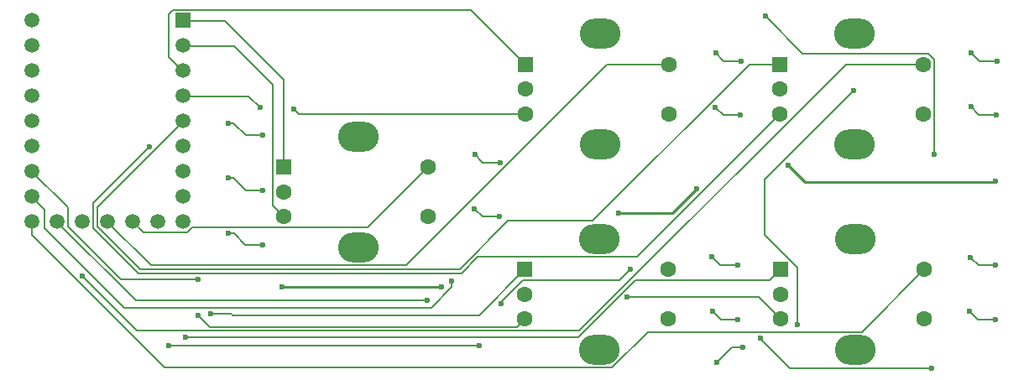
<source format=gbr>
%TF.GenerationSoftware,KiCad,Pcbnew,9.0.6*%
%TF.CreationDate,2026-02-15T17:48:03-07:00*%
%TF.ProjectId,SoundRat,536f756e-6452-4617-942e-6b696361645f,rev?*%
%TF.SameCoordinates,Original*%
%TF.FileFunction,Copper,L2,Bot*%
%TF.FilePolarity,Positive*%
%FSLAX46Y46*%
G04 Gerber Fmt 4.6, Leading zero omitted, Abs format (unit mm)*
G04 Created by KiCad (PCBNEW 9.0.6) date 2026-02-15 17:48:03*
%MOMM*%
%LPD*%
G01*
G04 APERTURE LIST*
G04 Aperture macros list*
%AMRoundRect*
0 Rectangle with rounded corners*
0 $1 Rounding radius*
0 $2 $3 $4 $5 $6 $7 $8 $9 X,Y pos of 4 corners*
0 Add a 4 corners polygon primitive as box body*
4,1,4,$2,$3,$4,$5,$6,$7,$8,$9,$2,$3,0*
0 Add four circle primitives for the rounded corners*
1,1,$1+$1,$2,$3*
1,1,$1+$1,$4,$5*
1,1,$1+$1,$6,$7*
1,1,$1+$1,$8,$9*
0 Add four rect primitives between the rounded corners*
20,1,$1+$1,$2,$3,$4,$5,0*
20,1,$1+$1,$4,$5,$6,$7,0*
20,1,$1+$1,$6,$7,$8,$9,0*
20,1,$1+$1,$8,$9,$2,$3,0*%
G04 Aperture macros list end*
%TA.AperFunction,ComponentPad*%
%ADD10R,1.508000X1.508000*%
%TD*%
%TA.AperFunction,ComponentPad*%
%ADD11C,1.508000*%
%TD*%
%TA.AperFunction,ComponentPad*%
%ADD12RoundRect,0.250000X-0.550000X-0.550000X0.550000X-0.550000X0.550000X0.550000X-0.550000X0.550000X0*%
%TD*%
%TA.AperFunction,ComponentPad*%
%ADD13C,1.600000*%
%TD*%
%TA.AperFunction,ComponentPad*%
%ADD14O,4.100000X3.000000*%
%TD*%
%TA.AperFunction,ViaPad*%
%ADD15C,0.600000*%
%TD*%
%TA.AperFunction,Conductor*%
%ADD16C,0.200000*%
%TD*%
%TA.AperFunction,Conductor*%
%ADD17C,0.250000*%
%TD*%
G04 APERTURE END LIST*
D10*
%TO.P,U1,1,GP0*%
%TO.N,1A*%
X117750000Y-93925000D03*
D11*
%TO.P,U1,2,GP1*%
%TO.N,1B*%
X117750000Y-96465000D03*
%TO.P,U1,3,GP2*%
%TO.N,2A*%
X117750000Y-99005000D03*
%TO.P,U1,4,GP3*%
%TO.N,2B*%
X117750000Y-101545000D03*
%TO.P,U1,5,GP4*%
%TO.N,3A*%
X117750000Y-104085000D03*
%TO.P,U1,6,GP5*%
%TO.N,3B*%
X117750000Y-106625000D03*
%TO.P,U1,7,GP6*%
%TO.N,4A*%
X117750000Y-109165000D03*
%TO.P,U1,8,GP7*%
%TO.N,4B*%
X117750000Y-111705000D03*
%TO.P,U1,9,GP8*%
%TO.N,5A*%
X117750000Y-114245000D03*
%TO.P,U1,10,GP9*%
%TO.N,5B*%
X115210000Y-114245000D03*
%TO.P,U1,11,GP10*%
%TO.N,Button 1*%
X112670000Y-114245000D03*
%TO.P,U1,12,GP11*%
%TO.N,Button 2*%
X110130000Y-114245000D03*
%TO.P,U1,13,GP12*%
%TO.N,Button 3*%
X107590000Y-114245000D03*
%TO.P,U1,14,GP13*%
%TO.N,Button 4*%
X105050000Y-114245000D03*
%TO.P,U1,15,GP14*%
%TO.N,Button 5*%
X102510000Y-114245000D03*
%TO.P,U1,16,GP15*%
%TO.N,Net-(D1-DIN)*%
X102510000Y-111705000D03*
%TO.P,U1,17,GP26*%
%TO.N,Net-(D13-DIN)*%
X102510000Y-109165000D03*
%TO.P,U1,18,GP27*%
%TO.N,unconnected-(U1-GP27-Pad18)*%
X102510000Y-106625000D03*
%TO.P,U1,19,GP28*%
%TO.N,unconnected-(U1-GP28-Pad19)*%
X102510000Y-104085000D03*
%TO.P,U1,20,GP29*%
%TO.N,unconnected-(U1-GP29-Pad20)*%
X102510000Y-101545000D03*
%TO.P,U1,21,3V3*%
%TO.N,unconnected-(U1-3V3-Pad21)*%
X102510000Y-99005000D03*
%TO.P,U1,22,GND*%
%TO.N,GND*%
X102510000Y-96465000D03*
%TO.P,U1,23,5V*%
%TO.N,+5V*%
X102510000Y-93925000D03*
%TD*%
D12*
%TO.P,SW1,A,A*%
%TO.N,1A*%
X127950000Y-108718750D03*
D13*
%TO.P,SW1,B,B*%
%TO.N,1B*%
X127950000Y-113718750D03*
%TO.P,SW1,C,C*%
%TO.N,GND*%
X127950000Y-111218750D03*
%TO.P,SW1,S1,S1*%
%TO.N,Button 1*%
X142450000Y-108718750D03*
%TO.P,SW1,S2,S2*%
%TO.N,GND*%
X142450000Y-113718750D03*
D14*
%TO.P,SW1,SH*%
%TO.N,N/C*%
X135450000Y-105618750D03*
X135450000Y-116818750D03*
%TD*%
D12*
%TO.P,SW5,A,A*%
%TO.N,5A*%
X178050000Y-119050000D03*
D13*
%TO.P,SW5,B,B*%
%TO.N,5B*%
X178050000Y-124050000D03*
%TO.P,SW5,C,C*%
%TO.N,GND*%
X178050000Y-121550000D03*
%TO.P,SW5,S1,S1*%
%TO.N,Button 5*%
X192550000Y-119050000D03*
%TO.P,SW5,S2,S2*%
%TO.N,GND*%
X192550000Y-124050000D03*
D14*
%TO.P,SW5,SH*%
%TO.N,N/C*%
X185550000Y-115950000D03*
X185550000Y-127150000D03*
%TD*%
D12*
%TO.P,SW3,A,A*%
%TO.N,3A*%
X177950000Y-98362500D03*
D13*
%TO.P,SW3,B,B*%
%TO.N,3B*%
X177950000Y-103362500D03*
%TO.P,SW3,C,C*%
%TO.N,GND*%
X177950000Y-100862500D03*
%TO.P,SW3,S1,S1*%
%TO.N,Button 3*%
X192450000Y-98362500D03*
%TO.P,SW3,S2,S2*%
%TO.N,GND*%
X192450000Y-103362500D03*
D14*
%TO.P,SW3,SH*%
%TO.N,N/C*%
X185450000Y-95262500D03*
X185450000Y-106462500D03*
%TD*%
D12*
%TO.P,SW4,A,A*%
%TO.N,4A*%
X152225000Y-119050000D03*
D13*
%TO.P,SW4,B,B*%
%TO.N,4B*%
X152225000Y-124050000D03*
%TO.P,SW4,C,C*%
%TO.N,GND*%
X152225000Y-121550000D03*
%TO.P,SW4,S1,S1*%
%TO.N,Button 4*%
X166725000Y-119050000D03*
%TO.P,SW4,S2,S2*%
%TO.N,GND*%
X166725000Y-124050000D03*
D14*
%TO.P,SW4,SH*%
%TO.N,N/C*%
X159725000Y-115950000D03*
X159725000Y-127150000D03*
%TD*%
D12*
%TO.P,SW2,A,A*%
%TO.N,2A*%
X152300000Y-98362500D03*
D13*
%TO.P,SW2,B,B*%
%TO.N,2B*%
X152300000Y-103362500D03*
%TO.P,SW2,C,C*%
%TO.N,GND*%
X152300000Y-100862500D03*
%TO.P,SW2,S1,S1*%
%TO.N,Button 2*%
X166800000Y-98362500D03*
%TO.P,SW2,S2,S2*%
%TO.N,GND*%
X166800000Y-103362500D03*
D14*
%TO.P,SW2,SH*%
%TO.N,N/C*%
X159800000Y-95262500D03*
X159800000Y-106462500D03*
%TD*%
D15*
%TO.N,2B*%
X125525000Y-102725000D03*
X128950000Y-102850000D03*
%TO.N,3B*%
X114348235Y-106673235D03*
%TO.N,Button 3*%
X107575000Y-119750000D03*
%TO.N,Button 4*%
X142400000Y-122200000D03*
X162900000Y-119025000D03*
X149850000Y-122475000D03*
%TO.N,4A*%
X120550000Y-123550000D03*
%TO.N,4B*%
X119300000Y-123675000D03*
%TO.N,Net-(D1-DIN)*%
X144850000Y-120193750D03*
%TO.N,Net-(D1-DOUT)*%
X149700000Y-113731250D03*
X147125000Y-112906250D03*
%TO.N,+5V*%
X169581985Y-110881985D03*
X143850000Y-120825000D03*
X178800000Y-108550000D03*
X161675000Y-113350000D03*
X127775000Y-120850000D03*
X199675000Y-110175000D03*
%TO.N,Net-(D2-DOUT)*%
X149750000Y-108281250D03*
X147175000Y-107456250D03*
%TO.N,Net-(D4-DOUT)*%
X171425000Y-102675000D03*
X174000000Y-103500000D03*
%TO.N,Net-(D5-DOUT)*%
X171475000Y-97225000D03*
X174050000Y-98050000D03*
%TO.N,Net-(D6-DOUT)*%
X193525000Y-107475000D03*
X176475000Y-93475000D03*
%TO.N,Net-(D8-DOUT)*%
X199850000Y-98000000D03*
X197275000Y-97175000D03*
%TO.N,Net-(D11-DOUT)*%
X173700000Y-118606250D03*
X171125000Y-117781250D03*
%TO.N,Net-(D7-DOUT)*%
X199800000Y-103450000D03*
X197225000Y-102625000D03*
%TO.N,Net-(D10-DIN)*%
X179750000Y-124650000D03*
X174250000Y-126950000D03*
X185425000Y-100975000D03*
X171625000Y-128425000D03*
%TO.N,Net-(D10-DOUT)*%
X171175000Y-123306250D03*
X173750000Y-124131250D03*
%TO.N,Net-(D13-DIN)*%
X119250000Y-120021750D03*
%TO.N,Net-(D13-DOUT)*%
X122325000Y-115419750D03*
X125800000Y-116575000D03*
%TO.N,Net-(D14-DOUT)*%
X122325000Y-109843750D03*
X125825000Y-111050000D03*
%TO.N,Net-(D15-DOUT)*%
X122350000Y-104318750D03*
X125825000Y-105525000D03*
%TO.N,Net-(D12-DOUT)*%
X193300000Y-129000000D03*
X175975000Y-125949000D03*
%TO.N,Net-(D17-DOUT)*%
X199675000Y-124106250D03*
X197100000Y-123281250D03*
%TO.N,Net-(D18-DOUT)*%
X197150000Y-117831250D03*
X199725000Y-118656250D03*
%TO.N,5A*%
X118025000Y-125900000D03*
%TO.N,5B*%
X162545315Y-121845315D03*
X147650000Y-126725000D03*
X116325000Y-126750000D03*
%TD*%
D16*
%TO.N,Button 1*%
X142450000Y-108718750D02*
X136349000Y-114819750D01*
X118702246Y-114819750D02*
X118206996Y-115315000D01*
X113745000Y-115315000D02*
X112690000Y-114260000D01*
X118206996Y-115315000D02*
X113745000Y-115315000D01*
X136349000Y-114819750D02*
X118702246Y-114819750D01*
%TO.N,1B*%
X122905000Y-96480000D02*
X117770000Y-96480000D01*
X126849000Y-112617750D02*
X126849000Y-100424000D01*
X126849000Y-100424000D02*
X122905000Y-96480000D01*
X127950000Y-113718750D02*
X126849000Y-112617750D01*
%TO.N,1A*%
X127950000Y-99900000D02*
X121990000Y-93940000D01*
X127950000Y-108718750D02*
X127950000Y-99900000D01*
X121990000Y-93940000D02*
X117770000Y-93940000D01*
%TO.N,2A*%
X116325000Y-97575000D02*
X117770000Y-99020000D01*
X116715000Y-92885000D02*
X116325000Y-93275000D01*
X146822500Y-92885000D02*
X116715000Y-92885000D01*
X152300000Y-98362500D02*
X146822500Y-92885000D01*
X116325000Y-93275000D02*
X116325000Y-97575000D01*
%TO.N,2B*%
X152300000Y-103362500D02*
X129462500Y-103362500D01*
X124360000Y-101560000D02*
X117770000Y-101560000D01*
X129462500Y-103362500D02*
X128950000Y-102850000D01*
X125525000Y-102725000D02*
X124360000Y-101560000D01*
%TO.N,Button 2*%
X166800000Y-98362500D02*
X160518693Y-98362500D01*
X160518693Y-98362500D02*
X140261443Y-118619750D01*
X140261443Y-118619750D02*
X114509750Y-118619750D01*
X114509750Y-118619750D02*
X110150000Y-114260000D01*
%TO.N,3A*%
X145670943Y-119020750D02*
X113418754Y-119020750D01*
X177950000Y-98362500D02*
X174887557Y-98362500D01*
X113418754Y-119020750D02*
X109095000Y-114696996D01*
X150542693Y-114149000D02*
X145670943Y-119020750D01*
X109095000Y-112775000D02*
X117770000Y-104100000D01*
X159101057Y-114149000D02*
X150542693Y-114149000D01*
X109095000Y-114696996D02*
X109095000Y-112775000D01*
X174887557Y-98362500D02*
X159101057Y-114149000D01*
%TO.N,3B*%
X147507793Y-117751000D02*
X145837043Y-119421750D01*
X108694000Y-112327470D02*
X114348235Y-106673235D01*
X163561500Y-117751000D02*
X147507793Y-117751000D01*
X145837043Y-119421750D02*
X113252654Y-119421750D01*
X177950000Y-103362500D02*
X163561500Y-117751000D01*
X108694000Y-114863096D02*
X108694000Y-112327470D01*
X113252654Y-119421750D02*
X108694000Y-114863096D01*
%TO.N,Button 3*%
X113075999Y-125250999D02*
X107575000Y-119750000D01*
X192450000Y-98362500D02*
X184612500Y-98362500D01*
X157724001Y-125250999D02*
X113075999Y-125250999D01*
X184612500Y-98362500D02*
X157724001Y-125250999D01*
%TO.N,Button 4*%
X149850000Y-122475000D02*
X149850000Y-122367950D01*
X113010000Y-122200000D02*
X142400000Y-122200000D01*
X105070000Y-114260000D02*
X113010000Y-122200000D01*
X161774000Y-120151000D02*
X162900000Y-119025000D01*
X152066950Y-120151000D02*
X161774000Y-120151000D01*
X149850000Y-122367950D02*
X152066950Y-120151000D01*
%TO.N,4A*%
X147600000Y-123675000D02*
X122775000Y-123675000D01*
X122650000Y-123550000D02*
X120550000Y-123550000D01*
X122775000Y-123675000D02*
X122650000Y-123550000D01*
X152225000Y-119050000D02*
X147600000Y-123675000D01*
%TO.N,4B*%
X152225000Y-124050000D02*
X151425001Y-124849999D01*
X151425001Y-124849999D02*
X120474999Y-124849999D01*
X120474999Y-124849999D02*
X119300000Y-123675000D01*
%TO.N,Net-(D1-DIN)*%
X144850000Y-120193750D02*
X144850000Y-120850000D01*
X142800000Y-122900000D02*
X111825000Y-122900000D01*
X144850000Y-120850000D02*
X142800000Y-122900000D01*
X111825000Y-122900000D02*
X103800000Y-114875000D01*
X103800000Y-114875000D02*
X103800000Y-112990000D01*
X103800000Y-112990000D02*
X102530000Y-111720000D01*
%TO.N,Net-(D1-DOUT)*%
X147950000Y-113731250D02*
X149700000Y-113731250D01*
X147125000Y-112906250D02*
X147950000Y-113731250D01*
D17*
%TO.N,+5V*%
X161675000Y-113350000D02*
X167113970Y-113350000D01*
X178800000Y-108550000D02*
X180450000Y-110200000D01*
X127775000Y-120850000D02*
X143825000Y-120850000D01*
X199650000Y-110200000D02*
X199675000Y-110175000D01*
X167113970Y-113350000D02*
X169581985Y-110881985D01*
X143825000Y-120850000D02*
X143850000Y-120825000D01*
X180450000Y-110200000D02*
X199650000Y-110200000D01*
D16*
%TO.N,Net-(D2-DOUT)*%
X148000000Y-108281250D02*
X149750000Y-108281250D01*
X147175000Y-107456250D02*
X148000000Y-108281250D01*
%TO.N,Net-(D4-DOUT)*%
X172250000Y-103500000D02*
X174000000Y-103500000D01*
X171425000Y-102675000D02*
X172250000Y-103500000D01*
%TO.N,Net-(D5-DOUT)*%
X171475000Y-97225000D02*
X172300000Y-98050000D01*
X172300000Y-98050000D02*
X174050000Y-98050000D01*
%TO.N,Net-(D6-DOUT)*%
X193551000Y-107449000D02*
X193525000Y-107475000D01*
X180261500Y-97261500D02*
X192906050Y-97261500D01*
X192906050Y-97261500D02*
X193551000Y-97906450D01*
X176475000Y-93475000D02*
X180261500Y-97261500D01*
X193551000Y-97906450D02*
X193551000Y-107449000D01*
%TO.N,Net-(D8-DOUT)*%
X197275000Y-97175000D02*
X198100000Y-98000000D01*
X198100000Y-98000000D02*
X199850000Y-98000000D01*
%TO.N,Net-(D11-DOUT)*%
X171125000Y-117781250D02*
X171950000Y-118606250D01*
X171950000Y-118606250D02*
X173700000Y-118606250D01*
%TO.N,Net-(D7-DOUT)*%
X198050000Y-103450000D02*
X199800000Y-103450000D01*
X197225000Y-102625000D02*
X198050000Y-103450000D01*
%TO.N,Net-(D10-DIN)*%
X185425000Y-100975000D02*
X176461160Y-109938840D01*
X179750000Y-118863840D02*
X179750000Y-124650000D01*
X174250000Y-126950000D02*
X173100000Y-126950000D01*
X176461160Y-109938840D02*
X176461160Y-115575000D01*
X173100000Y-126950000D02*
X171625000Y-128425000D01*
X176461160Y-115575000D02*
X179750000Y-118863840D01*
%TO.N,Net-(D10-DOUT)*%
X172000000Y-124131250D02*
X173750000Y-124131250D01*
X171175000Y-123306250D02*
X172000000Y-124131250D01*
%TO.N,Net-(D13-DIN)*%
X106125000Y-114696996D02*
X106125000Y-112775000D01*
X106125000Y-112775000D02*
X102530000Y-109180000D01*
X119250000Y-120021750D02*
X111449754Y-120021750D01*
X111449754Y-120021750D02*
X106125000Y-114696996D01*
%TO.N,Net-(D13-DOUT)*%
X122894750Y-115419750D02*
X124050000Y-116575000D01*
X124050000Y-116575000D02*
X125800000Y-116575000D01*
X122325000Y-115419750D02*
X122894750Y-115419750D01*
%TO.N,Net-(D14-DOUT)*%
X122325000Y-109843750D02*
X122868750Y-109843750D01*
X122868750Y-109843750D02*
X124075000Y-111050000D01*
X124075000Y-111050000D02*
X125825000Y-111050000D01*
%TO.N,Net-(D15-DOUT)*%
X124075000Y-105525000D02*
X125825000Y-105525000D01*
X122350000Y-104318750D02*
X122868750Y-104318750D01*
X122868750Y-104318750D02*
X124075000Y-105525000D01*
%TO.N,Net-(D12-DOUT)*%
X175925000Y-125950000D02*
X178975000Y-129000000D01*
X175974000Y-125950000D02*
X175975000Y-125949000D01*
X178975000Y-129000000D02*
X193300000Y-129000000D01*
X175925000Y-125950000D02*
X175974000Y-125950000D01*
%TO.N,Net-(D17-DOUT)*%
X197100000Y-123281250D02*
X197925000Y-124106250D01*
X197925000Y-124106250D02*
X199675000Y-124106250D01*
%TO.N,Net-(D18-DOUT)*%
X197150000Y-117831250D02*
X197975000Y-118656250D01*
X197975000Y-118656250D02*
X199725000Y-118656250D01*
%TO.N,Button 5*%
X161020999Y-128951000D02*
X115926057Y-128951000D01*
X186251000Y-125349000D02*
X164622999Y-125349000D01*
X115926057Y-128951000D02*
X102530000Y-115554943D01*
X102530000Y-115554943D02*
X102530000Y-114260000D01*
X164622999Y-125349000D02*
X161020999Y-128951000D01*
X192550000Y-119050000D02*
X186251000Y-125349000D01*
%TO.N,5A*%
X163391100Y-120151000D02*
X157642100Y-125900000D01*
X157642100Y-125900000D02*
X118025000Y-125900000D01*
X178050000Y-119050000D02*
X176949000Y-120151000D01*
X176949000Y-120151000D02*
X163391100Y-120151000D01*
%TO.N,5B*%
X175845315Y-121845315D02*
X162545315Y-121845315D01*
X116350000Y-126725000D02*
X116325000Y-126750000D01*
X147650000Y-126725000D02*
X116350000Y-126725000D01*
X178050000Y-124050000D02*
X175845315Y-121845315D01*
%TD*%
M02*

</source>
